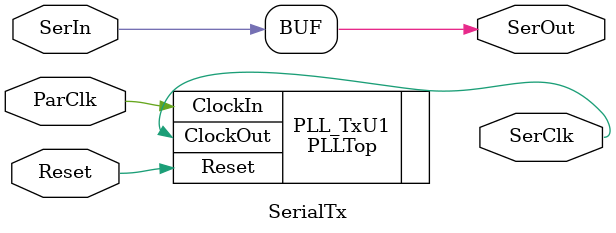
<source format=v>
module SerialTx ( output SerOut, SerClk
                , input SerIn, ParClk, Reset
                );
//
assign SerOut = SerIn;
//
PLLTop
PLL_TxU1 ( .ClockOut(SerClk), .ClockIn(ParClk), .Reset(Reset) );
//
endmodule // SerialTx.


</source>
